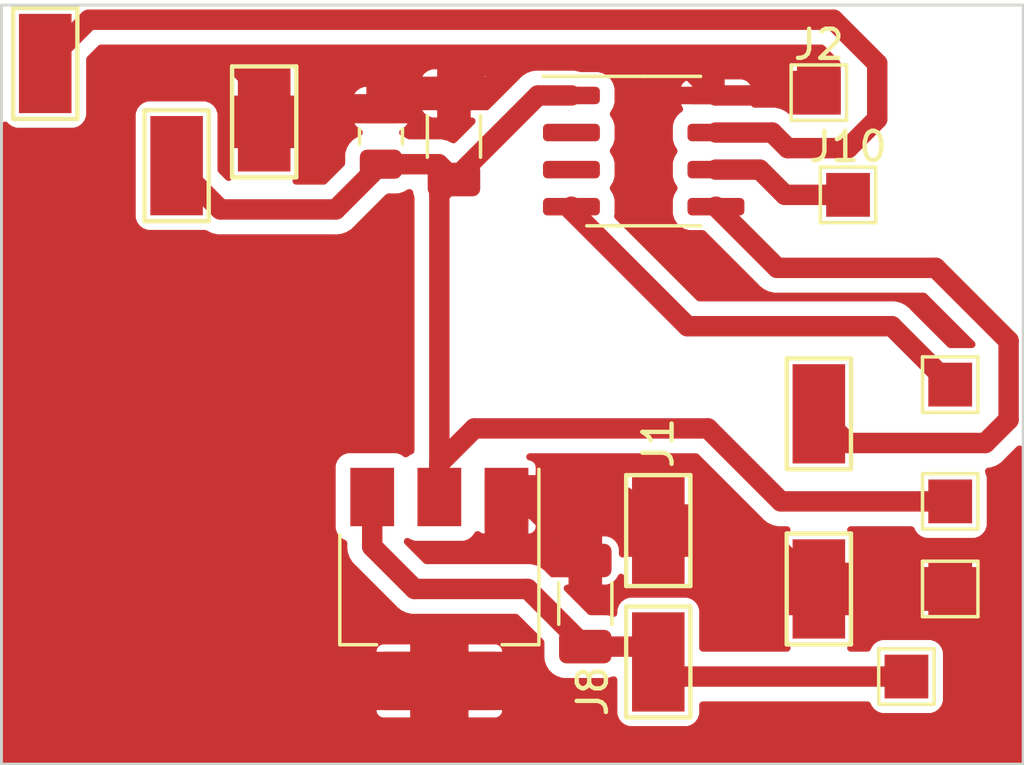
<source format=kicad_pcb>
(kicad_pcb (version 20211014) (generator pcbnew)
  (layers (0 "F.Cu" signal) (31 "B.Cu" signal) (34 "B.Paste" user) (35 "F.Paste" user) (36 "B.SilkS" user "B.Silkscreen") (37 "F.SilkS" user "F.Silkscreen") (38 "B.Mask" user) (39 "F.Mask" user) (44 "Edge.Cuts" user))
  (net 0 "")
  (net 1 "+12V")
  (net 2 "GND")
  (net 3 "+5V")
  (net 4 "ESC_Speed")
  (net 5 "Speed")
  (net 6 "Toggle")
  (net 9 "Net-(U2-Pad6)")
  (footprint "TestPoint:TestPoint_Keystone_5015_Micro-Minature" (layer "F.Cu") (at 128 120 -90)
    (fp_text reference "J7" hide)
    (fp_text value "Toggle Switch GND")
    (fp_line (start -1.9 1.1) (end -1.9 -1.1) (layer "F.SilkS") (width 0.15))
    (fp_line (start 1.9 1.1) (end -1.9 1.1) (layer "F.SilkS") (width 0.15))
    (fp_line (start 1.9 -1.1) (end 1.9 1.1) (layer "F.SilkS") (width 0.15))
    (fp_line (start -1.9 -1.1) (end 1.9 -1.1) (layer "F.SilkS") (width 0.15))
    (pad "1" smd rect (at 0 0 270) (size 3.4 1.8) (layers "F.Cu" "F.Paste" "F.Mask") (net 2 "GND"))
  )
  (footprint "TestPoint:TestPoint_Pad_1.5x1.5mm" (layer "F.Cu") (at 128 103)
    (fp_text reference "J2" (at 0 -1.648) (layer "F.SilkS"))
    (fp_text value "Prog")
    (fp_line (start 0.95 0.95) (end -0.95 0.95) (layer "F.SilkS") (width 0.12))
    (fp_line (start 0.95 -0.95) (end 0.95 0.95) (layer "F.SilkS") (width 0.12))
    (fp_line (start -0.95 0.95) (end -0.95 -0.95) (layer "F.SilkS") (width 0.12))
    (fp_line (start -0.95 -0.95) (end 0.95 -0.95) (layer "F.SilkS") (width 0.12))
    (pad "1" smd rect (at 0 0) (size 1.5 1.5) (layers "F.Cu" "F.Mask") (net 2 "GND"))
  )
  (footprint "TestPoint:TestPoint_Keystone_5015_Micro-Minature" (layer "F.Cu") (at 101.5 102 90)
    (fp_text reference "J4" hide)
    (fp_text value "Speed N")
    (fp_line (start 1.9 1.1) (end -1.9 1.1) (layer "F.SilkS") (width 0.15))
    (fp_line (start -1.9 1.1) (end -1.9 -1.1) (layer "F.SilkS") (width 0.15))
    (fp_line (start -1.9 -1.1) (end 1.9 -1.1) (layer "F.SilkS") (width 0.15))
    (fp_line (start 1.9 -1.1) (end 1.9 1.1) (layer "F.SilkS") (width 0.15))
    (pad "1" smd rect (at 0 0 90) (size 3.4 1.8) (layers "F.Cu" "F.Paste" "F.Mask") (net 5 "Speed"))
  )
  (footprint "Package_TO_SOT_SMD:SOT-223" (layer "F.Cu") (at 115 120 -90)
    (fp_text reference "U1" hide)
    (fp_text value "AZ1117-5.0")
    (fp_line (start -4.1 -3.41) (end 1.91 -3.41) (layer "F.SilkS") (width 0.12))
    (fp_line (start -1.85 3.41) (end 1.91 3.41) (layer "F.SilkS") (width 0.12))
    (fp_line (start 1.91 -3.41) (end 1.91 -2.15) (layer "F.SilkS") (width 0.12))
    (fp_line (start 1.91 3.41) (end 1.91 2.15) (layer "F.SilkS") (width 0.12))
    (pad "1" smd rect (at -3.15 -2.3 270) (size 2 1.5) (layers "F.Cu" "F.Paste" "F.Mask") (net 2 "GND"))
    (pad "2" smd rect (at -3.15 0 270) (size 2 1.5) (layers "F.Cu" "F.Paste" "F.Mask") (net 3 "+5V"))
    (pad "3" smd rect (at -3.15 2.3 270) (size 2 1.5) (layers "F.Cu" "F.Paste" "F.Mask") (net 1 "+12V"))
    (pad "4" smd rect (at 3.15 0 270) (size 2 3.8) (layers "F.Cu" "F.Paste" "F.Mask") (net 2 "GND"))
  )
  (footprint "TestPoint:TestPoint_Keystone_5015_Micro-Minature" (layer "F.Cu") (at 122.5 122.5 90)
    (fp_text reference "J8" (at -1 -2.25 90) (layer "F.SilkS"))
    (fp_text value "BAT1")
    (fp_line (start 1.9 -1.1) (end 1.9 1.1) (layer "F.SilkS") (width 0.15))
    (fp_line (start 1.9 1.1) (end -1.9 1.1) (layer "F.SilkS") (width 0.15))
    (fp_line (start -1.9 1.1) (end -1.9 -1.1) (layer "F.SilkS") (width 0.15))
    (fp_line (start -1.9 -1.1) (end 1.9 -1.1) (layer "F.SilkS") (width 0.15))
    (pad "1" smd rect (at 0 0 90) (size 3.4 1.8) (layers "F.Cu" "F.Paste" "F.Mask") (net 1 "+12V"))
  )
  (footprint "TestPoint:TestPoint_Keystone_5015_Micro-Minature" (layer "F.Cu") (at 122.5 118 90)
    (fp_text reference "J1" (at 3 0 90) (layer "F.SilkS"))
    (fp_text value "BAT2")
    (fp_line (start -1.9 1.1) (end -1.9 -1.1) (layer "F.SilkS") (width 0.15))
    (fp_line (start 1.9 -1.1) (end 1.9 1.1) (layer "F.SilkS") (width 0.15))
    (fp_line (start 1.9 1.1) (end -1.9 1.1) (layer "F.SilkS") (width 0.15))
    (fp_line (start -1.9 -1.1) (end 1.9 -1.1) (layer "F.SilkS") (width 0.15))
    (pad "1" smd rect (at 0 0 90) (size 3.4 1.8) (layers "F.Cu" "F.Paste" "F.Mask") (net 2 "GND"))
  )
  (footprint "TestPoint:TestPoint_Keystone_5015_Micro-Minature" (layer "F.Cu") (at 109 104 90)
    (fp_text reference "J5" hide)
    (fp_text value "Speed B")
    (fp_line (start 1.9 -1.1) (end 1.9 1.1) (layer "F.SilkS") (width 0.15))
    (fp_line (start 1.9 1.1) (end -1.9 1.1) (layer "F.SilkS") (width 0.15))
    (fp_line (start -1.9 1.1) (end -1.9 -1.1) (layer "F.SilkS") (width 0.15))
    (fp_line (start -1.9 -1.1) (end 1.9 -1.1) (layer "F.SilkS") (width 0.15))
    (pad "1" smd rect (at 0 0 90) (size 3.4 1.8) (layers "F.Cu" "F.Paste" "F.Mask") (net 2 "GND"))
  )
  (footprint "TestPoint:TestPoint_Pad_1.5x1.5mm" (layer "F.Cu") (at 132.5 117 180)
    (fp_text reference "J12" hide)
    (fp_text value "ESC1")
    (fp_line (start -0.95 0.95) (end -0.95 -0.95) (layer "F.SilkS") (width 0.12))
    (fp_line (start 0.95 -0.95) (end 0.95 0.95) (layer "F.SilkS") (width 0.12))
    (fp_line (start 0.95 0.95) (end -0.95 0.95) (layer "F.SilkS") (width 0.12))
    (fp_line (start -0.95 -0.95) (end 0.95 -0.95) (layer "F.SilkS") (width 0.12))
    (pad "1" smd rect (at 0 0 180) (size 1.5 1.5) (layers "F.Cu" "F.Mask") (net 3 "+5V"))
  )
  (footprint "TestPoint:TestPoint_Keystone_5015_Micro-Minature" (layer "F.Cu") (at 128 114 90)
    (fp_text reference "J6" hide)
    (fp_text value "Toggle Switch In")
    (fp_line (start -1.9 -1.1) (end 1.9 -1.1) (layer "F.SilkS") (width 0.15))
    (fp_line (start -1.9 1.1) (end -1.9 -1.1) (layer "F.SilkS") (width 0.15))
    (fp_line (start 1.9 -1.1) (end 1.9 1.1) (layer "F.SilkS") (width 0.15))
    (fp_line (start 1.9 1.1) (end -1.9 1.1) (layer "F.SilkS") (width 0.15))
    (pad "1" smd rect (at 0 0 90) (size 3.4 1.8) (layers "F.Cu" "F.Paste" "F.Mask") (net 6 "Toggle"))
  )
  (footprint "Capacitor_SMD:C_0805_2012Metric" (layer "F.Cu") (at 113 104.5 90)
    (fp_text reference "C3" hide)
    (fp_text value "0.1uf")
    (fp_line (start -0.261252 -0.735) (end 0.261252 -0.735) (layer "F.SilkS") (width 0.12))
    (fp_line (start -0.261252 0.735) (end 0.261252 0.735) (layer "F.SilkS") (width 0.12))
    (pad "1" smd roundrect (at -0.95 0 90) (size 1 1.45) (layers "F.Cu" "F.Paste" "F.Mask") (net 3 "+5V"))
    (pad "2" smd roundrect (at 0.95 0 90) (size 1 1.45) (layers "F.Cu" "F.Paste" "F.Mask") (net 2 "GND"))
  )
  (footprint "TestPoint:TestPoint_Pad_1.5x1.5mm" (layer "F.Cu") (at 129 106.5)
    (fp_text reference "J10" (at 0 -1.648) (layer "F.SilkS"))
    (fp_text value "Prog")
    (fp_line (start 0.95 -0.95) (end 0.95 0.95) (layer "F.SilkS") (width 0.12))
    (fp_line (start -0.95 0.95) (end -0.95 -0.95) (layer "F.SilkS") (width 0.12))
    (fp_line (start 0.95 0.95) (end -0.95 0.95) (layer "F.SilkS") (width 0.12))
    (fp_line (start -0.95 -0.95) (end 0.95 -0.95) (layer "F.SilkS") (width 0.12))
    (pad "1" smd rect (at 0 0) (size 1.5 1.5) (layers "F.Cu" "F.Mask") (net 9 "Net-(U2-Pad6)"))
  )
  (footprint "TestPoint:TestPoint_Keystone_5015_Micro-Minature" (layer "F.Cu") (at 106 105.5 90)
    (fp_text reference "J3" hide)
    (fp_text value "Speed A")
    (fp_line (start 1.9 -1.1) (end 1.9 1.1) (layer "F.SilkS") (width 0.15))
    (fp_line (start -1.9 -1.1) (end 1.9 -1.1) (layer "F.SilkS") (width 0.15))
    (fp_line (start 1.9 1.1) (end -1.9 1.1) (layer "F.SilkS") (width 0.15))
    (fp_line (start -1.9 1.1) (end -1.9 -1.1) (layer "F.SilkS") (width 0.15))
    (pad "1" smd rect (at 0 0 90) (size 3.4 1.8) (layers "F.Cu" "F.Paste" "F.Mask") (net 3 "+5V"))
  )
  (footprint "TestPoint:TestPoint_Pad_1.5x1.5mm" (layer "F.Cu") (at 131 123)
    (fp_text reference "J13" hide)
    (fp_text value "ESC1")
    (fp_line (start -0.95 0.95) (end -0.95 -0.95) (layer "F.SilkS") (width 0.12))
    (fp_line (start 0.95 -0.95) (end 0.95 0.95) (layer "F.SilkS") (width 0.12))
    (fp_line (start -0.95 -0.95) (end 0.95 -0.95) (layer "F.SilkS") (width 0.12))
    (fp_line (start 0.95 0.95) (end -0.95 0.95) (layer "F.SilkS") (width 0.12))
    (pad "1" smd rect (at 0 0) (size 1.5 1.5) (layers "F.Cu" "F.Mask") (net 1 "+12V"))
  )
  (footprint "TestPoint:TestPoint_Pad_1.5x1.5mm" (layer "F.Cu") (at 132.5 113 180)
    (fp_text reference "J11" hide)
    (fp_text value "ESC1")
    (fp_line (start -0.95 -0.95) (end 0.95 -0.95) (layer "F.SilkS") (width 0.12))
    (fp_line (start -0.95 0.95) (end -0.95 -0.95) (layer "F.SilkS") (width 0.12))
    (fp_line (start 0.95 0.95) (end -0.95 0.95) (layer "F.SilkS") (width 0.12))
    (fp_line (start 0.95 -0.95) (end 0.95 0.95) (layer "F.SilkS") (width 0.12))
    (pad "1" smd rect (at 0 0 180) (size 1.5 1.5) (layers "F.Cu" "F.Mask") (net 4 "ESC_Speed"))
  )
  (footprint "Capacitor_SMD:C_1206_3216Metric" (layer "F.Cu") (at 120 120.5 90)
    (fp_text reference "C1" hide)
    (fp_text value "10uf")
    (fp_line (start -0.711252 0.91) (end 0.711252 0.91) (layer "F.SilkS") (width 0.12))
    (fp_line (start -0.711252 -0.91) (end 0.711252 -0.91) (layer "F.SilkS") (width 0.12))
    (pad "1" smd roundrect (at -1.475 0 90) (size 1.15 1.8) (layers "F.Cu" "F.Paste" "F.Mask") (roundrect_rratio 0.2173913043) (net 1 "+12V"))
    (pad "2" smd roundrect (at 1.475 0 90) (size 1.15 1.8) (layers "F.Cu" "F.Paste" "F.Mask") (roundrect_rratio 0.2173913043) (net 2 "GND"))
  )
  (footprint "Capacitor_SMD:C_1206_3216Metric" (layer "F.Cu") (at 115.5 104.5 90)
    (fp_text reference "C2" hide)
    (fp_text value "22uf")
    (fp_line (start -0.711252 -0.91) (end 0.711252 -0.91) (layer "F.SilkS") (width 0.12))
    (fp_line (start -0.711252 0.91) (end 0.711252 0.91) (layer "F.SilkS") (width 0.12))
    (pad "1" smd roundrect (at -1.475 0 90) (size 1.15 1.8) (layers "F.Cu" "F.Paste" "F.Mask") (roundrect_rratio 0.2173913043) (net 3 "+5V"))
    (pad "2" smd roundrect (at 1.475 0 90) (size 1.15 1.8) (layers "F.Cu" "F.Paste" "F.Mask") (roundrect_rratio 0.2173913043) (net 2 "GND"))
  )
  (footprint "Package_SO:SOIC-8_3.9x4.9mm_P1.27mm" (layer "F.Cu") (at 122 105)
    (fp_text reference "U2" hide)
    (fp_text value "ATtiny202-SS")
    (fp_line (start 0 2.56) (end -1.95 2.56) (layer "F.SilkS") (width 0.12))
    (fp_line (start 0 -2.56) (end 1.95 -2.56) (layer "F.SilkS") (width 0.12))
    (fp_line (start 0 -2.56) (end -3.45 -2.56) (layer "F.SilkS") (width 0.12))
    (fp_line (start 0 2.56) (end 1.95 2.56) (layer "F.SilkS") (width 0.12))
    (pad "1" smd roundrect (at -2.475 -1.905) (size 1.95 0.6) (layers "F.Cu" "F.Paste" "F.Mask") (net 3 "+5V"))
    (pad "2" smd roundrect (at -2.475 -0.635) (size 1.95 0.6) (layers "F.Cu" "F.Paste" "F.Mask"))
    (pad "3" smd roundrect (at -2.475 0.635) (size 1.95 0.6) (layers "F.Cu" "F.Paste" "F.Mask"))
    (pad "4" smd roundrect (at -2.475 1.905) (size 1.95 0.6) (layers "F.Cu" "F.Paste" "F.Mask") (net 4 "ESC_Speed"))
    (pad "5" smd roundrect (at 2.475 1.905) (size 1.95 0.6) (layers "F.Cu" "F.Paste" "F.Mask") (net 6 "Toggle"))
    (pad "6" smd roundrect (at 2.475 0.635) (size 1.95 0.6) (layers "F.Cu" "F.Paste" "F.Mask") (net 9 "Net-(U2-Pad6)"))
    (pad "7" smd roundrect (at 2.475 -0.635) (size 1.95 0.6) (layers "F.Cu" "F.Paste" "F.Mask") (net 5 "Speed"))
    (pad "8" smd roundrect (at 2.475 -1.905) (size 1.95 0.6) (layers "F.Cu" "F.Paste" "F.Mask") (net 2 "GND"))
  )
  (footprint "TestPoint:TestPoint_Pad_1.5x1.5mm" (layer "F.Cu") (at 132.5 120)
    (fp_text reference "J14" hide)
    (fp_text value "ESC1")
    (fp_line (start 0.95 0.95) (end -0.95 0.95) (layer "F.SilkS") (width 0.12))
    (fp_line (start -0.95 0.95) (end -0.95 -0.95) (layer "F.SilkS") (width 0.12))
    (fp_line (start 0.95 -0.95) (end 0.95 0.95) (layer "F.SilkS") (width 0.12))
    (fp_line (start -0.95 -0.95) (end 0.95 -0.95) (layer "F.SilkS") (width 0.12))
    (pad "1" smd rect (at 0 0) (size 1.5 1.5) (layers "F.Cu" "F.Mask") (net 2 "GND"))
  )
  (gr_rect locked (start 100 100) (end 135 126) (layer "Edge.Cuts") (width 0.1) (fill none))
  (segment (start 112.7 116.85) (end 112.7 118.55) (width 0.7) (layer "F.Cu") (net 1))
  (segment (start 123 123) (end 122.5 122.5) (width 0.7) (layer "F.Cu") (net 1))
  (segment (start 131 123) (end 123 123) (width 0.7) (layer "F.Cu") (net 1))
  (segment (start 112.7 118.55) (end 114.15 120) (width 0.7) (layer "F.Cu") (net 1))
  (segment (start 120 121.975) (end 121.975 121.975) (width 0.7) (layer "F.Cu") (net 1))
  (segment (start 118.025 120) (end 120 121.975) (width 0.7) (layer "F.Cu") (net 1))
  (segment (start 121.975 121.975) (end 122.5 122.5) (width 0.7) (layer "F.Cu") (net 1))
  (segment (start 114.15 120) (end 118.025 120) (width 0.7) (layer "F.Cu") (net 1))
  (segment (start 103.5 114.475) (end 109 119.975) (width 0.7) (layer "F.Cu") (net 2))
  (segment (start 127.905 103.095) (end 128 103) (width 0.7) (layer "F.Cu") (net 2))
  (segment (start 104.5 102) (end 103.5 103) (width 0.7) (layer "F.Cu") (net 2))
  (segment (start 110.55 125.05) (end 132.95 125.05) (width 0.7) (layer "F.Cu") (net 2))
  (segment (start 133.5 121) (end 133.5 124.5) (width 0.7) (layer "F.Cu") (net 2))
  (segment (start 103.5 103) (end 103.5 114.475) (width 0.7) (layer "F.Cu") (net 2))
  (segment (start 113 103.55) (end 109.45 103.55) (width 0.7) (layer "F.Cu") (net 2))
  (segment (start 115.5 103.025) (end 115.5 103) (width 0.7) (layer "F.Cu") (net 2))
  (segment (start 117.3 116.85) (end 117.825 116.85) (width 0.7) (layer "F.Cu") (net 2))
  (segment (start 121.35 116.85) (end 122.5 118) (width 0.7) (layer "F.Cu") (net 2))
  (segment (start 124.475 103.095) (end 127.905 103.095) (width 0.7) (layer "F.Cu") (net 2))
  (segment (start 123.275 101.895) (end 124.475 103.095) (width 0.7) (layer "F.Cu") (net 2))
  (segment (start 132.5 120) (end 128 120) (width 0.7) (layer "F.Cu") (net 2))
  (segment (start 117.3 116.85) (end 121.35 116.85) (width 0.7) (layer "F.Cu") (net 2))
  (segment (start 122.5 118) (end 126 118) (width 0.7) (layer "F.Cu") (net 2))
  (segment (start 117.825 116.85) (end 120 119.025) (width 0.7) (layer "F.Cu") (net 2))
  (segment (start 108 102) (end 104.5 102) (width 0.7) (layer "F.Cu") (net 2))
  (segment (start 115.5 103) (end 116.605 101.895) (width 0.7) (layer "F.Cu") (net 2))
  (segment (start 132.5 120) (end 133.5 121) (width 0.7) (layer "F.Cu") (net 2))
  (segment (start 115.5 103.025) (end 113.525 103.025) (width 0.7) (layer "F.Cu") (net 2))
  (segment (start 109 103) (end 108 102) (width 0.7) (layer "F.Cu") (net 2))
  (segment (start 113.525 103.025) (end 113 103.55) (width 0.7) (layer "F.Cu") (net 2))
  (segment (start 126 118) (end 128 120) (width 0.7) (layer "F.Cu") (net 2))
  (segment (start 109 119.975) (end 109 123.5) (width 0.7) (layer "F.Cu") (net 2))
  (segment (start 116.605 101.895) (end 123.275 101.895) (width 0.7) (layer "F.Cu") (net 2))
  (segment (start 132.95 125.05) (end 133.5 124.5) (width 0.7) (layer "F.Cu") (net 2))
  (segment (start 109 104) (end 109 103) (width 0.7) (layer "F.Cu") (net 2))
  (segment (start 109.45 103.55) (end 109 104) (width 0.7) (layer "F.Cu") (net 2))
  (segment (start 109 123.5) (end 110.55 125.05) (width 0.7) (layer "F.Cu") (net 2))
  (segment (start 124.197056 114.5) (end 116.2 114.5) (width 0.7) (layer "F.Cu") (net 3))
  (segment (start 114.975 105.45) (end 115.5 105.975) (width 0.7) (layer "F.Cu") (net 3))
  (segment (start 113 105.45) (end 114.975 105.45) (width 0.7) (layer "F.Cu") (net 3))
  (segment (start 116.2 114.5) (end 115 115.7) (width 0.7) (layer "F.Cu") (net 3))
  (segment (start 119.525 103.095) (end 118.38 103.095) (width 0.7) (layer "F.Cu") (net 3))
  (segment (start 111.45 107) (end 107.5 107) (width 0.7) (layer "F.Cu") (net 3))
  (segment (start 126.697056 117) (end 124.197056 114.5) (width 0.7) (layer "F.Cu") (net 3))
  (segment (start 115 115.7) (end 115 116.85) (width 0.7) (layer "F.Cu") (net 3))
  (segment (start 132.5 117) (end 126.697056 117) (width 0.7) (layer "F.Cu") (net 3))
  (segment (start 118.38 103.095) (end 115.5 105.975) (width 0.7) (layer "F.Cu") (net 3))
  (segment (start 107.5 107) (end 106 105.5) (width 0.7) (layer "F.Cu") (net 3))
  (segment (start 115.5 105.975) (end 115 106.475) (width 0.7) (layer "F.Cu") (net 3))
  (segment (start 115 106.475) (end 115 116.85) (width 0.7) (layer "F.Cu") (net 3))
  (segment (start 113 105.45) (end 111.45 107) (width 0.7) (layer "F.Cu") (net 3))
  (segment (start 119.525 107.025) (end 123.5 111) (width 0.7) (layer "F.Cu") (net 4))
  (segment (start 130.5 111) (end 132.5 113) (width 0.7) (layer "F.Cu") (net 4))
  (segment (start 123.5 111) (end 130.5 111) (width 0.7) (layer "F.Cu") (net 4))
  (segment (start 119.525 106.905) (end 119.525 107.025) (width 0.7) (layer "F.Cu") (net 4))
  (segment (start 103 100.5) (end 101.5 102) (width 0.7) (layer "F.Cu") (net 5))
  (segment (start 130 102) (end 128.5 100.5) (width 0.7) (layer "F.Cu") (net 5))
  (segment (start 129 104.9) (end 130 103.9) (width 0.7) (layer "F.Cu") (net 5))
  (segment (start 128.5 100.5) (end 103 100.5) (width 0.7) (layer "F.Cu") (net 5))
  (segment (start 126.935 104.9) (end 129 104.9) (width 0.7) (layer "F.Cu") (net 5))
  (segment (start 130 103.9) (end 130 102) (width 0.7) (layer "F.Cu") (net 5))
  (segment (start 126.4 104.365) (end 126.935 104.9) (width 0.7) (layer "F.Cu") (net 5))
  (segment (start 124.475 104.365) (end 126.4 104.365) (width 0.7) (layer "F.Cu") (net 5))
  (segment (start 133.7 115) (end 134.5 114.2) (width 0.7) (layer "F.Cu") (net 6))
  (segment (start 126.57 109) (end 124.475 106.905) (width 0.7) (layer "F.Cu") (net 6))
  (segment (start 129 115) (end 133.7 115) (width 0.7) (layer "F.Cu") (net 6))
  (segment (start 132 109) (end 126.57 109) (width 0.7) (layer "F.Cu") (net 6))
  (segment (start 134.5 114.2) (end 134.5 111.5) (width 0.7) (layer "F.Cu") (net 6))
  (segment (start 134.5 111.5) (end 132 109) (width 0.7) (layer "F.Cu") (net 6))
  (segment (start 128 114) (end 129 115) (width 0.7) (layer "F.Cu") (net 6))
  (segment (start 124.475 105.635) (end 125.972944 105.635) (width 0.7) (layer "F.Cu") (net 9))
  (segment (start 125.972944 105.635) (end 126.837944 106.5) (width 0.7) (layer "F.Cu") (net 9))
  (segment (start 126.837944 106.5) (end 129 106.5) (width 0.7) (layer "F.Cu") (net 9))
  (zone (net 2) (net_name "GND") (layer "F.Cu") (connect_pads (clearance 0)) (min_thickness 0.254) (fill yes (thermal_gap 0.25) (thermal_bridge_width 2))
    (polygon (pts (xy 135 126) (xy 100 126) (xy 100 100) (xy 135 100)))
  )
)
</source>
